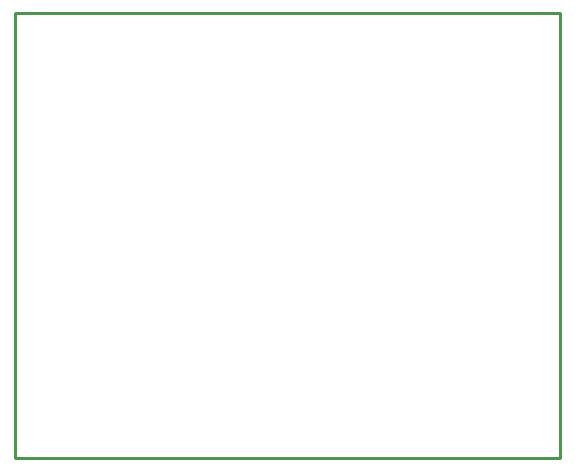
<source format=gbr>
G04 EAGLE Gerber RS-274X export*
G75*
%MOMM*%
%FSLAX34Y34*%
%LPD*%
%IN*%
%IPPOS*%
%AMOC8*
5,1,8,0,0,1.08239X$1,22.5*%
G01*
%ADD10C,0.254000*%


D10*
X0Y0D02*
X461010Y0D01*
X461010Y377190D01*
X0Y377190D01*
X0Y0D01*
M02*

</source>
